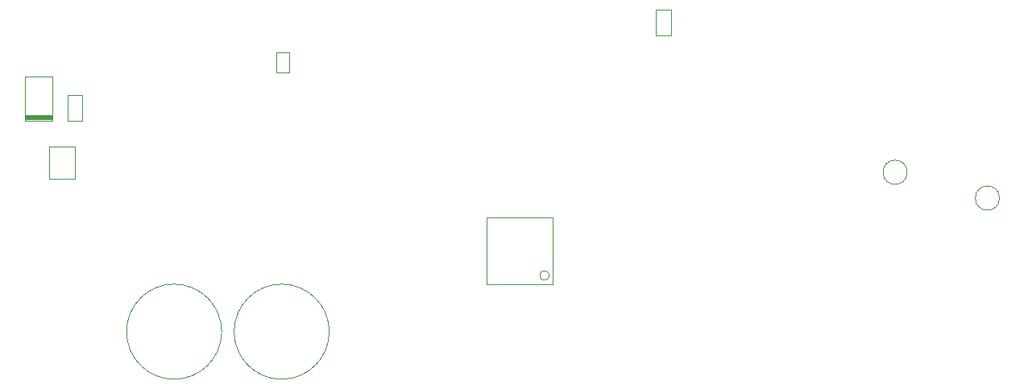
<source format=gbr>
%TF.GenerationSoftware,Altium Limited,Altium Designer,20.0.13 (296)*%
G04 Layer_Color=16711935*
%FSLAX26Y26*%
%MOIN*%
%TF.FileFunction,Other,Mechanical_13*%
%TF.Part,Single*%
G01*
G75*
%TA.AperFunction,NonConductor*%
%ADD189C,0.003937*%
%ADD196R,0.114961X0.024358*%
D189*
X3663000Y945000D02*
G03*
X3663000Y945000I-50000J0D01*
G01*
X4045000Y838000D02*
G03*
X4045000Y838000I-50000J0D01*
G01*
X2182047Y517638D02*
G03*
X2182047Y517638I-19685J0D01*
G01*
X1271850Y285000D02*
G03*
X1271850Y285000I-196850J0D01*
G01*
X826850D02*
G03*
X826850Y285000I-196850J0D01*
G01*
X1922205Y757795D02*
X2197795D01*
X1922205Y482205D02*
X2197795D01*
X1922205D02*
Y757795D01*
X2197795Y482205D02*
Y757795D01*
X219461Y918071D02*
Y1051929D01*
X113161D02*
X219461D01*
X113161Y918071D02*
X219461D01*
X113161D02*
Y1051929D01*
X250957Y1157047D02*
Y1262953D01*
X187964Y1157047D02*
Y1262953D01*
X250957D01*
X187964Y1157047D02*
X250957D01*
X2686496Y1512165D02*
Y1618465D01*
X2623504Y1512165D02*
Y1618465D01*
X2686496D01*
X2623504Y1512165D02*
X2686496D01*
X127480Y1159449D02*
Y1340551D01*
X12520D02*
X127480D01*
X12520Y1159449D02*
X127480D01*
X12520D02*
Y1340551D01*
X1106988Y1357677D02*
Y1442323D01*
X1051870D02*
X1106988D01*
X1051870Y1357677D02*
X1106988D01*
X1051870D02*
Y1442323D01*
D196*
X70000Y1171629D02*
D03*
%TF.MD5,ee2cc01beff1e4e4bfd458571319a87a*%
M02*

</source>
